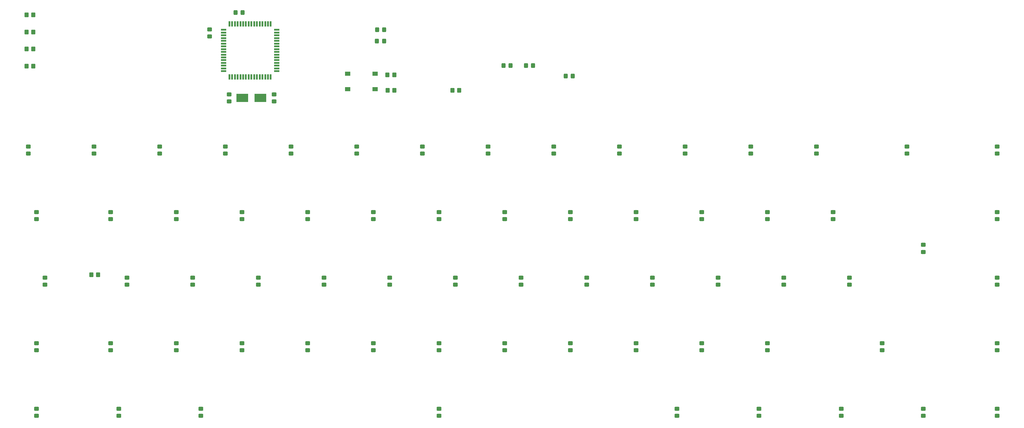
<source format=gbr>
G04 #@! TF.GenerationSoftware,KiCad,Pcbnew,7.0.9*
G04 #@! TF.CreationDate,2023-11-26T15:51:42+00:00*
G04 #@! TF.ProjectId,rosco_m68k_keyboard-2,726f7363-6f5f-46d3-9638-6b5f6b657962,0*
G04 #@! TF.SameCoordinates,Original*
G04 #@! TF.FileFunction,Paste,Bot*
G04 #@! TF.FilePolarity,Positive*
%FSLAX46Y46*%
G04 Gerber Fmt 4.6, Leading zero omitted, Abs format (unit mm)*
G04 Created by KiCad (PCBNEW 7.0.9) date 2023-11-26 15:51:42*
%MOMM*%
%LPD*%
G01*
G04 APERTURE LIST*
G04 Aperture macros list*
%AMRoundRect*
0 Rectangle with rounded corners*
0 $1 Rounding radius*
0 $2 $3 $4 $5 $6 $7 $8 $9 X,Y pos of 4 corners*
0 Add a 4 corners polygon primitive as box body*
4,1,4,$2,$3,$4,$5,$6,$7,$8,$9,$2,$3,0*
0 Add four circle primitives for the rounded corners*
1,1,$1+$1,$2,$3*
1,1,$1+$1,$4,$5*
1,1,$1+$1,$6,$7*
1,1,$1+$1,$8,$9*
0 Add four rect primitives between the rounded corners*
20,1,$1+$1,$2,$3,$4,$5,0*
20,1,$1+$1,$4,$5,$6,$7,0*
20,1,$1+$1,$6,$7,$8,$9,0*
20,1,$1+$1,$8,$9,$2,$3,0*%
G04 Aperture macros list end*
%ADD10RoundRect,0.250000X0.325000X0.450000X-0.325000X0.450000X-0.325000X-0.450000X0.325000X-0.450000X0*%
%ADD11RoundRect,0.250000X0.350000X0.450000X-0.350000X0.450000X-0.350000X-0.450000X0.350000X-0.450000X0*%
%ADD12R,1.500000X0.550000*%
%ADD13R,0.550000X1.500000*%
%ADD14RoundRect,0.250000X0.450000X-0.325000X0.450000X0.325000X-0.450000X0.325000X-0.450000X-0.325000X0*%
%ADD15RoundRect,0.250000X-0.325000X-0.450000X0.325000X-0.450000X0.325000X0.450000X-0.325000X0.450000X0*%
%ADD16R,1.550000X1.300000*%
%ADD17R,3.500000X2.400000*%
G04 APERTURE END LIST*
D10*
X228975000Y-105100000D03*
X231025000Y-105100000D03*
D11*
X196132200Y-109221400D03*
X198132200Y-109221400D03*
X179337400Y-109221400D03*
X177337400Y-109221400D03*
X179261200Y-104728400D03*
X177261200Y-104728400D03*
X74583000Y-97227300D03*
X72583000Y-97227300D03*
X74583000Y-92261200D03*
X72583000Y-92261200D03*
X74583000Y-87295100D03*
X72583000Y-87295100D03*
X72583000Y-102193500D03*
X74583000Y-102193500D03*
X93369600Y-162809300D03*
X91369600Y-162809300D03*
D12*
X145139000Y-91654500D03*
X145139000Y-92454500D03*
X145139000Y-93254500D03*
X145139000Y-94054500D03*
X145139000Y-94854500D03*
X145139000Y-95654500D03*
X145139000Y-96454500D03*
X145139000Y-97254500D03*
X145139000Y-98054500D03*
X145139000Y-98854500D03*
X145139000Y-99654500D03*
X145139000Y-100454500D03*
X145139000Y-101254500D03*
X145139000Y-102054500D03*
X145139000Y-102854500D03*
X145139000Y-103654500D03*
D13*
X143439000Y-105354500D03*
X142639000Y-105354500D03*
X141839000Y-105354500D03*
X141039000Y-105354500D03*
X140239000Y-105354500D03*
X139439000Y-105354500D03*
X138639000Y-105354500D03*
X137839000Y-105354500D03*
X137039000Y-105354500D03*
X136239000Y-105354500D03*
X135439000Y-105354500D03*
X134639000Y-105354500D03*
X133839000Y-105354500D03*
X133039000Y-105354500D03*
X132239000Y-105354500D03*
X131439000Y-105354500D03*
D12*
X129739000Y-103654500D03*
X129739000Y-102854500D03*
X129739000Y-102054500D03*
X129739000Y-101254500D03*
X129739000Y-100454500D03*
X129739000Y-99654500D03*
X129739000Y-98854500D03*
X129739000Y-98054500D03*
X129739000Y-97254500D03*
X129739000Y-96454500D03*
X129739000Y-95654500D03*
X129739000Y-94854500D03*
X129739000Y-94054500D03*
X129739000Y-93254500D03*
X129739000Y-92454500D03*
X129739000Y-91654500D03*
D13*
X131439000Y-89954500D03*
X132239000Y-89954500D03*
X133039000Y-89954500D03*
X133839000Y-89954500D03*
X134639000Y-89954500D03*
X135439000Y-89954500D03*
X136239000Y-89954500D03*
X137039000Y-89954500D03*
X137839000Y-89954500D03*
X138639000Y-89954500D03*
X139439000Y-89954500D03*
X140239000Y-89954500D03*
X141039000Y-89954500D03*
X141839000Y-89954500D03*
X142639000Y-89954500D03*
X143439000Y-89954500D03*
D14*
X73151200Y-127613700D03*
X73151200Y-125563700D03*
D10*
X213025000Y-102000000D03*
X210975000Y-102000000D03*
D15*
X217475000Y-102000000D03*
X219525000Y-102000000D03*
D14*
X125659400Y-93561500D03*
X125659400Y-91511500D03*
D15*
X133229800Y-86583700D03*
X135279800Y-86583700D03*
D14*
X131391400Y-112425100D03*
X131391400Y-110375100D03*
X144391400Y-112425100D03*
X144391400Y-110375100D03*
D10*
X176325000Y-91600000D03*
X174275000Y-91600000D03*
X176300000Y-94900000D03*
X174250000Y-94900000D03*
D16*
X165733200Y-108902000D03*
X173683200Y-108902000D03*
X165733200Y-104402000D03*
X173683200Y-104402000D03*
D17*
X135191400Y-111425100D03*
X140391400Y-111425100D03*
D14*
X354138700Y-165713700D03*
X354138700Y-163663700D03*
X292226200Y-165713700D03*
X292226200Y-163663700D03*
X123157400Y-203813700D03*
X123157400Y-201763700D03*
X75532400Y-184763700D03*
X75532400Y-182713700D03*
X177926200Y-165713700D03*
X177926200Y-163663700D03*
X211263700Y-184763700D03*
X211263700Y-182713700D03*
X320801200Y-184763700D03*
X320801200Y-182713700D03*
X268413700Y-184763700D03*
X268413700Y-182713700D03*
X135063700Y-184763700D03*
X135063700Y-182713700D03*
X332707400Y-156188700D03*
X332707400Y-154138700D03*
X308894900Y-203813700D03*
X308894900Y-201763700D03*
X187451200Y-127613700D03*
X187451200Y-125563700D03*
X96963700Y-146663700D03*
X96963700Y-144613700D03*
X287463700Y-184763700D03*
X287463700Y-182713700D03*
X287463700Y-146663700D03*
X287463700Y-144613700D03*
X75532400Y-203813700D03*
X75532400Y-201763700D03*
X354138700Y-127613700D03*
X354138700Y-125563700D03*
X168401200Y-127613700D03*
X168401200Y-125563700D03*
X173163700Y-184763700D03*
X173163700Y-182713700D03*
X96963700Y-184763700D03*
X96963700Y-182713700D03*
X306513700Y-146663700D03*
X306513700Y-144613700D03*
X354138700Y-203813700D03*
X354138700Y-201763700D03*
X311276200Y-165713700D03*
X311276200Y-163663700D03*
X116013700Y-146663700D03*
X116013700Y-144613700D03*
X230313700Y-146663700D03*
X230313700Y-144613700D03*
X192213700Y-146663700D03*
X192213700Y-144613700D03*
X211263700Y-146663700D03*
X211263700Y-144613700D03*
X154113700Y-146663700D03*
X154113700Y-144613700D03*
X120776200Y-165713700D03*
X120776200Y-163663700D03*
X332707400Y-203813700D03*
X332707400Y-201763700D03*
X75532400Y-146663700D03*
X75532400Y-144613700D03*
X244601200Y-127613700D03*
X244601200Y-125563700D03*
X263651200Y-127613700D03*
X263651200Y-125563700D03*
X77913700Y-165713700D03*
X77913700Y-163663700D03*
X192213700Y-203813700D03*
X192213700Y-201763700D03*
X206501200Y-127613700D03*
X206501200Y-125563700D03*
X354138700Y-146663700D03*
X354138700Y-144613700D03*
X254126200Y-165713700D03*
X254126200Y-163663700D03*
X327944900Y-127613700D03*
X327944900Y-125563700D03*
X249363700Y-184763700D03*
X249363700Y-182713700D03*
X192213700Y-184763700D03*
X192213700Y-182713700D03*
X282701200Y-127613700D03*
X282701200Y-125563700D03*
X101726200Y-165713700D03*
X101726200Y-163663700D03*
X268413700Y-146663700D03*
X268413700Y-144613700D03*
X273176200Y-165713700D03*
X273176200Y-163663700D03*
X285082400Y-203813700D03*
X285082400Y-201763700D03*
X216026200Y-165713700D03*
X216026200Y-163663700D03*
X261269900Y-203813700D03*
X261269900Y-201763700D03*
X99344900Y-203813700D03*
X99344900Y-201763700D03*
X354138700Y-184763700D03*
X354138700Y-182713700D03*
X92201200Y-127613700D03*
X92201200Y-125563700D03*
X196976200Y-165713700D03*
X196976200Y-163663700D03*
X135063700Y-146663700D03*
X135063700Y-144613700D03*
X149351200Y-127613700D03*
X149351200Y-125563700D03*
X139826200Y-165713700D03*
X139826200Y-163663700D03*
X116013700Y-184763700D03*
X116013700Y-182713700D03*
X158876200Y-165713700D03*
X158876200Y-163663700D03*
X301751200Y-127613700D03*
X301751200Y-125563700D03*
X249363700Y-146663700D03*
X249363700Y-144613700D03*
X154113700Y-184763700D03*
X154113700Y-182713700D03*
X235076200Y-165713700D03*
X235076200Y-163663700D03*
X230313700Y-184763700D03*
X230313700Y-182713700D03*
X111251200Y-127613700D03*
X111251200Y-125563700D03*
X173163700Y-146663700D03*
X173163700Y-144613700D03*
X225551200Y-127613700D03*
X225551200Y-125563700D03*
X130301200Y-127613700D03*
X130301200Y-125563700D03*
M02*

</source>
